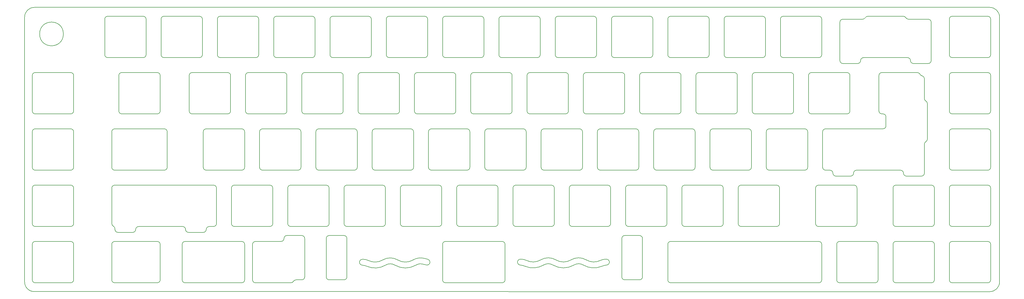
<source format=gm1>
G04 #@! TF.GenerationSoftware,KiCad,Pcbnew,(5.1.8)-1*
G04 #@! TF.CreationDate,2021-05-03T11:26:58+02:00*
G04 #@! TF.ProjectId,discipline-pcb,64697363-6970-46c6-996e-652d7063622e,rev?*
G04 #@! TF.SameCoordinates,Original*
G04 #@! TF.FileFunction,Profile,NP*
%FSLAX46Y46*%
G04 Gerber Fmt 4.6, Leading zero omitted, Abs format (unit mm)*
G04 Created by KiCad (PCBNEW (5.1.8)-1) date 2021-05-03 11:26:58*
%MOMM*%
%LPD*%
G01*
G04 APERTURE LIST*
G04 #@! TA.AperFunction,Profile*
%ADD10C,0.150000*%
G04 #@! TD*
G04 #@! TA.AperFunction,Profile*
%ADD11C,0.200000*%
G04 #@! TD*
G04 APERTURE END LIST*
D10*
X42340168Y-100312220D02*
G75*
G03*
X42340168Y-100312220I-4011568J0D01*
G01*
D11*
X31821490Y-114367821D02*
G75*
G02*
X32821490Y-113367821I1000000J0D01*
G01*
X45821490Y-126367822D02*
G75*
G02*
X44821491Y-127367821I-999999J0D01*
G01*
X32821490Y-113367821D02*
X44821491Y-113367821D01*
X45821490Y-114367821D02*
X45821490Y-126367822D01*
X44821491Y-113367822D02*
G75*
G02*
X45821490Y-114367821I0J-999999D01*
G01*
X32821490Y-127367821D02*
X44821491Y-127367821D01*
X32821490Y-127367822D02*
G75*
G02*
X31821490Y-126367822I0J1000000D01*
G01*
X31821490Y-114367821D02*
X31821490Y-126367822D01*
X31821490Y-133417821D02*
G75*
G02*
X32821490Y-132417821I1000000J0D01*
G01*
X45821490Y-145417822D02*
G75*
G02*
X44821491Y-146417821I-999999J0D01*
G01*
X32821490Y-132417821D02*
X44821491Y-132417821D01*
X45821490Y-133417821D02*
X45821490Y-145417822D01*
X44821491Y-132417822D02*
G75*
G02*
X45821490Y-133417821I0J-999999D01*
G01*
X32821490Y-146417821D02*
X44821491Y-146417821D01*
X32821490Y-146417822D02*
G75*
G02*
X31821490Y-145417822I0J1000000D01*
G01*
X31821490Y-133417821D02*
X31821490Y-145417822D01*
X31821490Y-152467821D02*
G75*
G02*
X32821490Y-151467821I1000000J0D01*
G01*
X45821490Y-164467822D02*
G75*
G02*
X44821491Y-165467821I-999999J0D01*
G01*
X32821490Y-151467821D02*
X44821491Y-151467821D01*
X45821490Y-152467821D02*
X45821490Y-164467822D01*
X44821491Y-151467822D02*
G75*
G02*
X45821490Y-152467821I0J-999999D01*
G01*
X32821490Y-165467821D02*
X44821491Y-165467821D01*
X32821490Y-165467822D02*
G75*
G02*
X31821490Y-164467822I0J1000000D01*
G01*
X31821490Y-152467821D02*
X31821490Y-164467822D01*
X31821490Y-171517821D02*
G75*
G02*
X32821490Y-170517821I1000000J0D01*
G01*
X45821490Y-183517822D02*
G75*
G02*
X44821491Y-184517821I-999999J0D01*
G01*
X32821490Y-170517821D02*
X44821491Y-170517821D01*
X45821490Y-171517821D02*
X45821490Y-183517822D01*
X44821491Y-170517822D02*
G75*
G02*
X45821490Y-171517821I0J-999999D01*
G01*
X32821490Y-184517821D02*
X44821491Y-184517821D01*
X32821490Y-184517822D02*
G75*
G02*
X31821490Y-183517822I0J1000000D01*
G01*
X31821490Y-171517821D02*
X31821490Y-183517822D01*
D10*
X32575453Y-91323160D02*
X355783441Y-91322900D01*
D11*
X131284250Y-182522901D02*
X131284250Y-169522901D01*
X132284250Y-183522901D02*
G75*
G02*
X131284250Y-182522901I0J1000000D01*
G01*
X137284250Y-168522901D02*
X132284250Y-168522901D01*
X137284250Y-183522901D02*
X132284250Y-183522901D01*
X138284250Y-182522901D02*
X138284250Y-169522901D01*
X138284250Y-182522901D02*
G75*
G02*
X137284250Y-183522901I-1000000J0D01*
G01*
X137284250Y-168522901D02*
G75*
G02*
X138284250Y-169522901I0J-1000000D01*
G01*
X131284250Y-169522901D02*
G75*
G02*
X132284250Y-168522901I1000000J0D01*
G01*
X237284250Y-168522901D02*
G75*
G02*
X238284250Y-169522901I0J-1000000D01*
G01*
X237284250Y-183522901D02*
X232284250Y-183522901D01*
X238284250Y-182522901D02*
X238284250Y-169522901D01*
X231284250Y-182522901D02*
X231284250Y-169522901D01*
X237284250Y-168522901D02*
X232284250Y-168522901D01*
X231284250Y-169522901D02*
G75*
G02*
X232284250Y-168522901I1000000J0D01*
G01*
X238284250Y-182522901D02*
G75*
G02*
X237284250Y-183522901I-1000000J0D01*
G01*
X232284250Y-183522901D02*
G75*
G02*
X231284250Y-182522901I0J1000000D01*
G01*
X171640500Y-184522901D02*
G75*
G02*
X170640500Y-183522901I0J1000000D01*
G01*
X170640500Y-171522901D02*
X170640500Y-183522901D01*
X191784250Y-183522901D02*
G75*
G02*
X190784250Y-184522901I-1000000J0D01*
G01*
X170640500Y-171522901D02*
G75*
G02*
X171640500Y-170522901I1000000J0D01*
G01*
X190784250Y-170522901D02*
G75*
G02*
X191784250Y-171522901I0J-1000000D01*
G01*
X191784250Y-171522901D02*
X191784250Y-183522901D01*
X161698107Y-178502520D02*
X161605141Y-178556818D01*
X143453074Y-178553845D02*
G75*
G02*
X145040341Y-178944527I-385301J-4985132D01*
G01*
X154451367Y-178502520D02*
X154544333Y-178556818D01*
X142530135Y-177556818D02*
X142530135Y-177556818D01*
X150323654Y-176829812D02*
X150416620Y-176775514D01*
X151332341Y-178556819D02*
G75*
G02*
X145040341Y-178944527I-3530404J6044523D01*
G01*
X160596454Y-176829812D02*
G75*
G02*
X155553020Y-176829812I-2521717J4317516D01*
G01*
X166390500Y-177522900D02*
X166390500Y-177522900D01*
X166390500Y-177522901D02*
G75*
G02*
X165266353Y-178515164I-1000000J1D01*
G01*
X142530135Y-177556818D02*
G75*
G02*
X143530135Y-176556818I1000000J0D01*
G01*
X155460054Y-176775514D02*
X155553020Y-176829812D01*
X203787769Y-176795894D02*
G75*
G02*
X199024080Y-176947557I-2521717J4317516D01*
G01*
X151332341Y-178556818D02*
X151425307Y-178502520D01*
X151425306Y-178502521D02*
G75*
G02*
X154451367Y-178502520I1513031J-2590509D01*
G01*
X160596454Y-176829812D02*
X160689420Y-176775514D01*
X224573526Y-178910490D02*
G75*
G02*
X226158790Y-178519893I1972767J-4594364D01*
G01*
X143530135Y-176556818D02*
X143766387Y-176556818D01*
X161698106Y-178502520D02*
G75*
G02*
X164214617Y-178265835I1513031J-2590510D01*
G01*
X165266353Y-178515165D02*
G75*
G02*
X164214617Y-178265835I620731J4961320D01*
G01*
X143766387Y-176556818D02*
G75*
G02*
X145559965Y-176981475I0J-4000000D01*
G01*
X160689420Y-176775514D02*
G75*
G02*
X164577976Y-176283482I2521717J-4317516D01*
G01*
X150416620Y-176775514D02*
G75*
G02*
X155460054Y-176775514I2521717J-4317516D01*
G01*
X196917189Y-178519927D02*
G75*
G02*
X198504456Y-178910609I-385302J-4985132D01*
G01*
X161605141Y-178556818D02*
G75*
G02*
X154544333Y-178556818I-3530404J6044522D01*
G01*
X196917190Y-178519927D02*
G75*
G02*
X195994250Y-177522901I77060J997026D01*
G01*
X195994250Y-177522901D02*
G75*
G02*
X196994250Y-176522901I1000000J0D01*
G01*
X165612160Y-176547776D02*
G75*
G02*
X166390500Y-177522901I-221660J-975124D01*
G01*
X165612158Y-176547777D02*
G75*
G02*
X164577976Y-176283482I4433173J19502487D01*
G01*
X150323654Y-176829812D02*
G75*
G02*
X145559965Y-176981475I-2521717J4317516D01*
G01*
X143453075Y-178553844D02*
G75*
G02*
X142530135Y-177556818I77060J997026D01*
G01*
X214153535Y-176741596D02*
G75*
G02*
X219196969Y-176741596I2521717J-4317516D01*
G01*
X208924169Y-176741596D02*
X209017135Y-176795894D01*
X224573526Y-178910489D02*
G75*
G02*
X218281248Y-178522900I-2761874J6432111D01*
G01*
X215162221Y-178468603D02*
G75*
G02*
X218188282Y-178468602I1513031J-2590509D01*
G01*
X215069256Y-178522900D02*
G75*
G02*
X208008448Y-178522900I-3530404J6044522D01*
G01*
X203880735Y-176741596D02*
G75*
G02*
X208924169Y-176741596I2521717J-4317516D01*
G01*
X204889421Y-178468603D02*
G75*
G02*
X207915482Y-178468602I1513031J-2590509D01*
G01*
X204796456Y-178522901D02*
G75*
G02*
X198504456Y-178910609I-3530404J6044523D01*
G01*
X204796456Y-178522901D02*
X204889422Y-178468602D01*
X227081290Y-177522901D02*
G75*
G02*
X226158790Y-178519893I-1000000J0D01*
G01*
X224053624Y-176947558D02*
G75*
G02*
X225847202Y-176522901I1793578J-3575343D01*
G01*
X224053624Y-176947557D02*
G75*
G02*
X219289935Y-176795894I-2241972J4469179D01*
G01*
X225847202Y-176522901D02*
X226081290Y-176522901D01*
X226081290Y-176522901D02*
G75*
G02*
X227081290Y-177522901I0J-1000000D01*
G01*
X195994250Y-177522901D02*
X195994250Y-177522901D01*
X196994250Y-176522901D02*
X197230502Y-176522901D01*
X227081290Y-177522901D02*
X227081290Y-177522901D01*
X219196969Y-176741596D02*
X219289935Y-176795894D01*
X214060569Y-176795894D02*
G75*
G02*
X209017135Y-176795894I-2521717J4317516D01*
G01*
X215162222Y-178468602D02*
X215069256Y-178522901D01*
X197230502Y-176522900D02*
G75*
G02*
X199024080Y-176947557I0J-4000001D01*
G01*
X214060569Y-176795894D02*
X214153535Y-176741596D01*
X207915482Y-178468602D02*
X208008448Y-178522901D01*
X218188282Y-178468602D02*
X218281248Y-178522901D01*
X203787769Y-176795894D02*
X203880735Y-176741596D01*
X171640500Y-170522901D02*
X190784250Y-170522901D01*
X171640500Y-184522901D02*
X190784250Y-184522901D01*
X58721750Y-171522901D02*
X58721750Y-183522901D01*
X58721750Y-171522901D02*
G75*
G02*
X59721750Y-170522901I1000000J0D01*
G01*
X75103000Y-171522901D02*
X75103000Y-183522901D01*
X75103000Y-183522901D02*
G75*
G02*
X74103000Y-184522901I-1000000J0D01*
G01*
X59721750Y-184522901D02*
G75*
G02*
X58721750Y-183522901I0J1000000D01*
G01*
X74103000Y-170522901D02*
G75*
G02*
X75103000Y-171522901I0J-1000000D01*
G01*
X59721750Y-184522901D02*
X74103000Y-184522901D01*
X59721750Y-170522901D02*
X74103000Y-170522901D01*
X82534250Y-171522901D02*
X82534250Y-183522901D01*
X83534250Y-184522901D02*
G75*
G02*
X82534250Y-183522901I0J1000000D01*
G01*
X82534250Y-171522901D02*
G75*
G02*
X83534250Y-170522901I1000000J0D01*
G01*
X103678000Y-171522901D02*
X103678000Y-183522901D01*
X102678000Y-170522901D02*
G75*
G02*
X103678000Y-171522901I0J-1000000D01*
G01*
X103678000Y-183522901D02*
G75*
G02*
X102678000Y-184522901I-1000000J0D01*
G01*
X83534250Y-170522901D02*
X102678000Y-170522901D01*
X83534250Y-184522901D02*
X102678000Y-184522901D01*
X107346750Y-184522901D02*
X119346750Y-184522901D01*
X106346750Y-171522901D02*
X106346750Y-183522901D01*
X122990500Y-168522901D02*
G75*
G02*
X123990500Y-169522901I0J-1000000D01*
G01*
X116990500Y-169522901D02*
G75*
G02*
X117990500Y-168522901I1000000J0D01*
G01*
X107346750Y-184522901D02*
G75*
G02*
X106346750Y-183522901I0J1000000D01*
G01*
X123990500Y-182522901D02*
G75*
G02*
X122990500Y-183522901I-1000000J0D01*
G01*
X123990500Y-182522901D02*
X123990500Y-169522901D01*
X120212775Y-184022901D02*
G75*
G02*
X119346750Y-184522901I-866025J500000D01*
G01*
X122990500Y-168522901D02*
X117990500Y-168522901D01*
X106346750Y-171522901D02*
G75*
G02*
X107346750Y-170522901I1000000J0D01*
G01*
X116990500Y-169522901D02*
G75*
G02*
X115990500Y-170522901I-1000000J0D01*
G01*
X116990499Y-169522901D02*
X116990499Y-169522901D01*
X107346750Y-170522901D02*
X115990500Y-170522901D01*
X122990500Y-183522901D02*
X121078800Y-183522901D01*
X120212775Y-184022901D02*
G75*
G02*
X121078800Y-183522901I866025J-500000D01*
G01*
X343090500Y-184522901D02*
X355090500Y-184522901D01*
X343090500Y-184522901D02*
G75*
G02*
X342090500Y-183522901I0J1000000D01*
G01*
X323040500Y-171522901D02*
G75*
G02*
X324040500Y-170522901I1000000J0D01*
G01*
X337040500Y-183522901D02*
G75*
G02*
X336040500Y-184522901I-1000000J0D01*
G01*
X356090500Y-183522901D02*
G75*
G02*
X355090500Y-184522901I-1000000J0D01*
G01*
X324040500Y-184522901D02*
G75*
G02*
X323040500Y-183522901I0J1000000D01*
G01*
X343090500Y-170522901D02*
X355090500Y-170522901D01*
X355090500Y-170522901D02*
G75*
G02*
X356090500Y-171522901I0J-1000000D01*
G01*
X336040500Y-170522901D02*
G75*
G02*
X337040500Y-171522901I0J-1000000D01*
G01*
X342090500Y-171522901D02*
X342090500Y-183522901D01*
X342090500Y-171522901D02*
G75*
G02*
X343090500Y-170522901I1000000J0D01*
G01*
X356090500Y-171522901D02*
X356090500Y-183522901D01*
X303990500Y-171522901D02*
G75*
G02*
X304990500Y-170522901I1000000J0D01*
G01*
X317990500Y-183522901D02*
G75*
G02*
X316990500Y-184522901I-1000000J0D01*
G01*
X324040500Y-170522901D02*
X336040500Y-170522901D01*
X323040500Y-171522901D02*
X323040500Y-183522901D01*
X303990500Y-171522901D02*
X303990500Y-183522901D01*
X324040500Y-184522901D02*
X336040500Y-184522901D01*
X304990500Y-184522901D02*
X316990500Y-184522901D01*
X316990500Y-170522901D02*
G75*
G02*
X317990500Y-171522901I0J-1000000D01*
G01*
X337040500Y-171522901D02*
X337040500Y-183522901D01*
X317990500Y-171522901D02*
X317990500Y-183522901D01*
X304990500Y-184522901D02*
G75*
G02*
X303990500Y-183522901I0J1000000D01*
G01*
X304990500Y-170522901D02*
X316990500Y-170522901D01*
X247840500Y-184522901D02*
X297940500Y-184522901D01*
X247840500Y-170522901D02*
X297940500Y-170522901D01*
X247840500Y-184522901D02*
G75*
G02*
X246840500Y-183522901I0J1000000D01*
G01*
X246840500Y-171522901D02*
X246840500Y-183522901D01*
X298940500Y-171522901D02*
X298940500Y-183522901D01*
X298940500Y-183522901D02*
G75*
G02*
X297940500Y-184522901I-1000000J0D01*
G01*
X246840500Y-171522901D02*
G75*
G02*
X247840500Y-170522901I1000000J0D01*
G01*
X297940500Y-170522901D02*
G75*
G02*
X298940500Y-171522901I0J-1000000D01*
G01*
X57340499Y-108322901D02*
G75*
G02*
X56340499Y-107322901I0J1000000D01*
G01*
X70340499Y-107322901D02*
G75*
G02*
X69340500Y-108322900I-999999J0D01*
G01*
X56340499Y-95322900D02*
G75*
G02*
X57340499Y-94322900I1000000J0D01*
G01*
X57340499Y-94322900D02*
X69340500Y-94322900D01*
X57340499Y-108322900D02*
X69340500Y-108322900D01*
X70340499Y-95322900D02*
X70340499Y-107322901D01*
X69340500Y-94322901D02*
G75*
G02*
X70340499Y-95322900I0J-999999D01*
G01*
X56340499Y-95322900D02*
X56340499Y-107322901D01*
X343090500Y-94322900D02*
X355090500Y-94322900D01*
X343090500Y-108322900D02*
X355090500Y-108322900D01*
X285940500Y-108322901D02*
G75*
G02*
X284940500Y-107322901I0J1000000D01*
G01*
X329953500Y-110322901D02*
X334953500Y-110322901D01*
X284940500Y-95322900D02*
G75*
G02*
X285940500Y-94322900I1000000J0D01*
G01*
X335953500Y-96322901D02*
X335953500Y-109322901D01*
X305077500Y-96322901D02*
G75*
G02*
X306077500Y-95322901I1000000J0D01*
G01*
X342090500Y-95322900D02*
X342090500Y-107322901D01*
X298940499Y-107322901D02*
G75*
G02*
X297940500Y-108322900I-999999J0D01*
G01*
X297940500Y-94322900D02*
G75*
G02*
X298940500Y-95322900I0J-1000000D01*
G01*
X356090500Y-95322900D02*
X356090500Y-107322901D01*
X314515500Y-94322900D02*
X326515500Y-94322900D01*
X306077500Y-110322901D02*
X311077500Y-110322901D01*
X355090500Y-94322900D02*
G75*
G02*
X356090500Y-95322900I0J-1000000D01*
G01*
X326515500Y-94322900D02*
G75*
G02*
X327381525Y-94822900I0J-1000000D01*
G01*
X334953500Y-95322901D02*
G75*
G02*
X335953500Y-96322901I0J-1000000D01*
G01*
X305077500Y-96322901D02*
X305077500Y-109322901D01*
X342090500Y-95322900D02*
G75*
G02*
X343090500Y-94322900I1000000J0D01*
G01*
X306077500Y-110322901D02*
G75*
G02*
X305077500Y-109322901I0J1000000D01*
G01*
X312077500Y-109322901D02*
G75*
G02*
X311077500Y-110322901I-1000000J0D01*
G01*
X313649475Y-94822900D02*
G75*
G02*
X314515500Y-94322900I866025J-500000D01*
G01*
X329953500Y-110322901D02*
G75*
G02*
X328953500Y-109322901I0J1000000D01*
G01*
X335953500Y-109322901D02*
G75*
G02*
X334953500Y-110322901I-1000000J0D01*
G01*
X221740500Y-94322900D02*
G75*
G02*
X222740500Y-95322900I0J-1000000D01*
G01*
X209740500Y-108322901D02*
G75*
G02*
X208740500Y-107322901I0J1000000D01*
G01*
X222740500Y-95322900D02*
X222740500Y-107322901D01*
X184640498Y-107322901D02*
G75*
G02*
X183640499Y-108322900I-999999J0D01*
G01*
X209740500Y-94322900D02*
X221740500Y-94322900D01*
X228790500Y-94322900D02*
X240790500Y-94322900D01*
X228790500Y-108322900D02*
X240790500Y-108322900D01*
X203690499Y-107322901D02*
G75*
G02*
X202690500Y-108322900I-999999J0D01*
G01*
X190690500Y-108322901D02*
G75*
G02*
X189690500Y-107322901I0J1000000D01*
G01*
X190690500Y-94322900D02*
X202690500Y-94322900D01*
X189690500Y-95322900D02*
G75*
G02*
X190690500Y-94322900I1000000J0D01*
G01*
X208740500Y-95322900D02*
X208740500Y-107322901D01*
X222740499Y-107322901D02*
G75*
G02*
X221740500Y-108322900I-999999J0D01*
G01*
X227790500Y-95322900D02*
X227790500Y-107322901D01*
X241790500Y-95322900D02*
X241790500Y-107322901D01*
X190690500Y-108322900D02*
X202690500Y-108322900D01*
X227790500Y-95322900D02*
G75*
G02*
X228790500Y-94322900I1000000J0D01*
G01*
X203690500Y-95322900D02*
X203690500Y-107322901D01*
X209740500Y-108322900D02*
X221740500Y-108322900D01*
X208740500Y-95322900D02*
G75*
G02*
X209740500Y-94322900I1000000J0D01*
G01*
X171640500Y-108322901D02*
G75*
G02*
X170640500Y-107322901I0J1000000D01*
G01*
X202690500Y-94322900D02*
G75*
G02*
X203690500Y-95322900I0J-1000000D01*
G01*
X189690500Y-95322900D02*
X189690500Y-107322901D01*
X356090499Y-107322901D02*
G75*
G02*
X355090500Y-108322900I-999999J0D01*
G01*
X343090500Y-108322901D02*
G75*
G02*
X342090500Y-107322901I0J1000000D01*
G01*
X171640500Y-94322900D02*
X183640499Y-94322900D01*
X171640500Y-108322900D02*
X183640499Y-108322900D01*
X133540500Y-108322900D02*
X145540500Y-108322900D01*
X133540500Y-108322901D02*
G75*
G02*
X132540500Y-107322901I0J1000000D01*
G01*
X146540499Y-107322901D02*
G75*
G02*
X145540500Y-108322900I-999999J0D01*
G01*
X164590500Y-94322900D02*
G75*
G02*
X165590500Y-95322900I0J-1000000D01*
G01*
X170640500Y-95322900D02*
X170640500Y-107322901D01*
X184640499Y-95322900D02*
X184640499Y-107322901D01*
X132540500Y-95322900D02*
X132540500Y-107322901D01*
X183640499Y-94322900D02*
G75*
G02*
X184640499Y-95322900I0J-1000000D01*
G01*
X127490499Y-107322901D02*
G75*
G02*
X126490500Y-108322900I-999999J0D01*
G01*
X146540500Y-95322900D02*
X146540500Y-107322901D01*
X165590500Y-95322900D02*
X165590500Y-107322901D01*
X133540500Y-94322900D02*
X145540500Y-94322900D01*
X145540500Y-94322900D02*
G75*
G02*
X146540500Y-95322900I0J-1000000D01*
G01*
X152590500Y-94322900D02*
X164590500Y-94322900D01*
X151590500Y-95322900D02*
G75*
G02*
X152590500Y-94322900I1000000J0D01*
G01*
X170640500Y-95322900D02*
G75*
G02*
X171640500Y-94322900I1000000J0D01*
G01*
X152590500Y-108322901D02*
G75*
G02*
X151590500Y-107322901I0J1000000D01*
G01*
X165590499Y-107322901D02*
G75*
G02*
X164590500Y-108322900I-999999J0D01*
G01*
X132540500Y-95322900D02*
G75*
G02*
X133540500Y-94322900I1000000J0D01*
G01*
X152590500Y-108322900D02*
X164590500Y-108322900D01*
X151590500Y-95322900D02*
X151590500Y-107322901D01*
X328953500Y-109322901D02*
X328953500Y-109322901D01*
X313077500Y-108322900D02*
X327953500Y-108322900D01*
X313649474Y-94822900D02*
G75*
G02*
X312783449Y-95322900I-866025J500000D01*
G01*
X328247550Y-95322900D02*
G75*
G02*
X327381525Y-94822900I0J1000000D01*
G01*
X312077499Y-109322901D02*
G75*
G02*
X313077500Y-108322900I1000001J0D01*
G01*
X327953500Y-108322901D02*
G75*
G02*
X328953500Y-109322901I0J-1000000D01*
G01*
X334953500Y-95322901D02*
X328247550Y-95322900D01*
X312077500Y-109322901D02*
X312077500Y-109322901D01*
X306077500Y-95322901D02*
X312783449Y-95322900D01*
X246840500Y-95322900D02*
X246840500Y-107322901D01*
X241790499Y-107322901D02*
G75*
G02*
X240790500Y-108322900I-999999J0D01*
G01*
X266890500Y-108322901D02*
G75*
G02*
X265890500Y-107322901I0J1000000D01*
G01*
X247840500Y-108322900D02*
X259840500Y-108322900D01*
X266890500Y-94322900D02*
X278890500Y-94322900D01*
X265890500Y-95322900D02*
X265890500Y-107322901D01*
X246840500Y-95322900D02*
G75*
G02*
X247840500Y-94322900I1000000J0D01*
G01*
X278890500Y-94322900D02*
G75*
G02*
X279890500Y-95322900I0J-1000000D01*
G01*
X247840500Y-94322900D02*
X259840500Y-94322900D01*
X240790500Y-94322900D02*
G75*
G02*
X241790500Y-95322900I0J-1000000D01*
G01*
X279890500Y-95322900D02*
X279890500Y-107322901D01*
X285940500Y-94322900D02*
X297940500Y-94322900D01*
X265890500Y-95322900D02*
G75*
G02*
X266890500Y-94322900I1000000J0D01*
G01*
X279890499Y-107322901D02*
G75*
G02*
X278890500Y-108322900I-999999J0D01*
G01*
X266890500Y-108322900D02*
X278890500Y-108322900D01*
X285940500Y-108322900D02*
X297940500Y-108322900D01*
X284940500Y-95322900D02*
X284940500Y-107322901D01*
X260840500Y-95322900D02*
X260840500Y-107322901D01*
X298940500Y-95322900D02*
X298940500Y-107322901D01*
X259840500Y-94322900D02*
G75*
G02*
X260840500Y-95322900I0J-1000000D01*
G01*
X228790500Y-108322901D02*
G75*
G02*
X227790500Y-107322901I0J1000000D01*
G01*
X247840500Y-108322901D02*
G75*
G02*
X246840500Y-107322901I0J1000000D01*
G01*
X260840499Y-107322901D02*
G75*
G02*
X259840500Y-108322900I-999999J0D01*
G01*
X108440500Y-95322900D02*
X108440500Y-107322901D01*
X95440500Y-108322901D02*
G75*
G02*
X94440500Y-107322901I0J1000000D01*
G01*
X108440499Y-107322901D02*
G75*
G02*
X107440500Y-108322900I-999999J0D01*
G01*
X76390500Y-108322900D02*
X88390500Y-108322900D01*
X95440500Y-94322900D02*
X107440500Y-94322900D01*
X95440500Y-108322900D02*
X107440500Y-108322900D01*
X94440500Y-95322900D02*
X94440500Y-107322901D01*
X114490499Y-94322900D02*
X126490500Y-94322900D01*
X114490499Y-108322900D02*
X126490500Y-108322900D01*
X113490500Y-95322900D02*
X113490500Y-107322901D01*
X107440500Y-94322900D02*
G75*
G02*
X108440500Y-95322900I0J-1000000D01*
G01*
X127490499Y-95322900D02*
X127490499Y-107322901D01*
X89390499Y-107322901D02*
G75*
G02*
X88390500Y-108322900I-999999J0D01*
G01*
X113490499Y-95322900D02*
G75*
G02*
X114490499Y-94322900I1000000J0D01*
G01*
X126490500Y-94322900D02*
G75*
G02*
X127490500Y-95322900I0J-1000000D01*
G01*
X114490499Y-108322901D02*
G75*
G02*
X113490499Y-107322901I0J1000000D01*
G01*
X76390500Y-94322900D02*
X88390500Y-94322900D01*
X94440500Y-95322900D02*
G75*
G02*
X95440500Y-94322900I1000000J0D01*
G01*
X75390500Y-95322900D02*
X75390500Y-107322901D01*
X89390500Y-95322900D02*
X89390500Y-107322901D01*
X75390500Y-95322900D02*
G75*
G02*
X76390500Y-94322900I1000000J0D01*
G01*
X88390500Y-94322900D02*
G75*
G02*
X89390500Y-95322900I0J-1000000D01*
G01*
X76390500Y-108322901D02*
G75*
G02*
X75390500Y-107322901I0J1000000D01*
G01*
X318277999Y-114372901D02*
X318277999Y-126372901D01*
X318277999Y-114372901D02*
G75*
G02*
X319277999Y-113372901I1000000J0D01*
G01*
X334159250Y-123031876D02*
G75*
G02*
X334659250Y-123897901I-500000J-866025D01*
G01*
X331277999Y-113372902D02*
G75*
G02*
X332178837Y-113938745I1J-999999D01*
G01*
X319277999Y-127372901D02*
G75*
G02*
X318277999Y-126372901I0J1000000D01*
G01*
X334659250Y-123897901D02*
X334659250Y-135897901D01*
X319277999Y-113372901D02*
X331278000Y-113372901D01*
X334659250Y-135897901D02*
G75*
G02*
X334159250Y-136763926I-1000000J0D01*
G01*
X332869463Y-114482245D02*
G75*
G02*
X333659250Y-115459901I-210213J-977656D01*
G01*
X327572250Y-148422901D02*
G75*
G02*
X326572250Y-147422901I0J1000000D01*
G01*
X327572250Y-148422901D02*
X332572250Y-148422901D01*
X325572250Y-146422901D02*
G75*
G02*
X326572250Y-147422901I0J-1000000D01*
G01*
X326572250Y-147422901D02*
X326572250Y-147422901D01*
X333659250Y-147422901D02*
X333659250Y-137629951D01*
X333659250Y-137629951D02*
G75*
G02*
X334159250Y-136763926I1000000J0D01*
G01*
X320659250Y-131422901D02*
G75*
G02*
X319659250Y-132422901I-1000000J0D01*
G01*
X319659250Y-127372901D02*
X319277999Y-127372901D01*
X319659250Y-127372901D02*
G75*
G02*
X320659250Y-128372901I0J-1000000D01*
G01*
X333659250Y-115459901D02*
X333659250Y-122165850D01*
X332869462Y-114482245D02*
G75*
G02*
X332178837Y-113938745I210213J977656D01*
G01*
X334159250Y-123031875D02*
G75*
G02*
X333659250Y-122165850I500000J866025D01*
G01*
X332572250Y-148422901D02*
X332659250Y-148422901D01*
X333659250Y-147422901D02*
G75*
G02*
X332659250Y-148422901I-1000000J0D01*
G01*
X320659250Y-131422901D02*
X320659250Y-128372901D01*
X300228000Y-146422901D02*
G75*
G02*
X299228000Y-145422901I0J1000000D01*
G01*
X299228000Y-133422901D02*
X299228000Y-145422901D01*
X303696250Y-148422901D02*
X308696250Y-148422901D01*
X303696250Y-148422901D02*
G75*
G02*
X302696250Y-147422901I0J1000000D01*
G01*
X309696250Y-147422901D02*
G75*
G02*
X308696250Y-148422901I-1000000J0D01*
G01*
X299228000Y-133422901D02*
G75*
G02*
X300228000Y-132422901I1000000J0D01*
G01*
X301696250Y-146422901D02*
G75*
G02*
X302696250Y-147422901I0J-1000000D01*
G01*
X309696250Y-147422901D02*
G75*
G02*
X310696250Y-146422901I1000000J0D01*
G01*
X302696250Y-147422901D02*
X302696250Y-147422901D01*
X300228000Y-146422901D02*
X301696250Y-146422901D01*
X310696250Y-146422901D02*
X325572250Y-146422901D01*
X309696250Y-147422901D02*
X309696250Y-147422901D01*
X300228000Y-132422901D02*
X319659250Y-132422901D01*
X90684750Y-166472901D02*
G75*
G02*
X89684750Y-167472901I-1000000J0D01*
G01*
X93153000Y-151472900D02*
G75*
G02*
X94153000Y-152472900I0J-1000000D01*
G01*
X84684750Y-167472900D02*
X89684750Y-167472900D01*
X84684750Y-167472901D02*
G75*
G02*
X83684750Y-166472901I0J1000000D01*
G01*
X94153000Y-152472900D02*
X94153000Y-164472901D01*
X66808750Y-166472901D02*
G75*
G02*
X65808750Y-167472901I-1000000J0D01*
G01*
X58721750Y-152472900D02*
G75*
G02*
X59721750Y-151472900I1000000J0D01*
G01*
X59265250Y-165362624D02*
G75*
G02*
X58721750Y-164472901I456500J889723D01*
G01*
X94153000Y-164472901D02*
G75*
G02*
X93153000Y-165472901I-1000000J0D01*
G01*
X60808749Y-167472900D02*
X65808750Y-167472900D01*
X58721750Y-152472900D02*
X58721750Y-164472901D01*
X60808749Y-167472901D02*
G75*
G02*
X59808749Y-166472901I0J1000000D01*
G01*
X66808750Y-166472901D02*
G75*
G02*
X67808750Y-165472901I1000000J0D01*
G01*
X90684750Y-166472901D02*
G75*
G02*
X91684750Y-165472901I1000000J0D01*
G01*
X91684750Y-165472900D02*
X93153000Y-165472900D01*
X66808750Y-166472901D02*
X66808750Y-166472901D01*
X59808749Y-166472901D02*
X59808749Y-166252347D01*
X83684750Y-166472901D02*
X83684750Y-166472901D01*
X90684750Y-166472901D02*
X90684750Y-166472901D01*
X82684750Y-165472901D02*
G75*
G02*
X83684750Y-166472901I0J-1000000D01*
G01*
X59721750Y-151472901D02*
X93153000Y-151472901D01*
X67808750Y-165472900D02*
X82684750Y-165472900D01*
X59265250Y-165362624D02*
G75*
G02*
X59808750Y-166252347I-456500J-889723D01*
G01*
X61102999Y-114372901D02*
X61102999Y-126372901D01*
X75103000Y-126372901D02*
G75*
G02*
X74103000Y-127372901I-1000000J0D01*
G01*
X61103000Y-114372901D02*
G75*
G02*
X62103000Y-113372901I1000000J0D01*
G01*
X62103000Y-113372901D02*
X74103000Y-113372901D01*
X75103000Y-114372901D02*
X75103000Y-126372901D01*
X62103000Y-127372901D02*
G75*
G02*
X61103000Y-126372901I0J1000000D01*
G01*
X62103000Y-127372901D02*
X74103000Y-127372901D01*
X74103000Y-113372901D02*
G75*
G02*
X75103000Y-114372901I0J-1000000D01*
G01*
X77484250Y-133422901D02*
X77484250Y-145422901D01*
X58721750Y-133422901D02*
G75*
G02*
X59721750Y-132422901I1000000J0D01*
G01*
X76484250Y-132422901D02*
G75*
G02*
X77484250Y-133422901I0J-1000000D01*
G01*
X77484250Y-145422901D02*
G75*
G02*
X76484250Y-146422901I-1000000J0D01*
G01*
X58721750Y-133422901D02*
X58721750Y-145422901D01*
X59721750Y-146422901D02*
G75*
G02*
X58721750Y-145422901I0J1000000D01*
G01*
X59721750Y-146422901D02*
X76484250Y-146422901D01*
X59721750Y-132422901D02*
X76484250Y-132422901D01*
X324040500Y-165472900D02*
X336040500Y-165472900D01*
X297846750Y-165472900D02*
X309846750Y-165472900D01*
X271653000Y-165472900D02*
X283653000Y-165472900D01*
X343090500Y-165472900D02*
X355090500Y-165472900D01*
X252603000Y-165472900D02*
X264603000Y-165472900D01*
X233553000Y-165472900D02*
X245553000Y-165472900D01*
X100203000Y-165472900D02*
X112203000Y-165472900D01*
X138303000Y-165472900D02*
X150302999Y-165472900D01*
X119253000Y-165472900D02*
X131253000Y-165472900D01*
X157353000Y-165472900D02*
X169353000Y-165472900D01*
X176403000Y-165472900D02*
X188403000Y-165472900D01*
X195453000Y-165472900D02*
X207453000Y-165472900D01*
X214503000Y-165472900D02*
X226503000Y-165472900D01*
X252603000Y-151472901D02*
X264603000Y-151472901D01*
X296846750Y-152472900D02*
G75*
G02*
X297846750Y-151472900I1000000J0D01*
G01*
X232553000Y-152472900D02*
X232553000Y-164472901D01*
X324040500Y-165472901D02*
G75*
G02*
X323040500Y-164472901I0J1000000D01*
G01*
X233553000Y-151472901D02*
X245553000Y-151472901D01*
X251603000Y-152472900D02*
X251603000Y-164472901D01*
X227503000Y-164472901D02*
G75*
G02*
X226503000Y-165472901I-1000000J0D01*
G01*
X270653000Y-152472900D02*
X270653000Y-164472901D01*
X310846750Y-164472901D02*
G75*
G02*
X309846750Y-165472901I-1000000J0D01*
G01*
X356090500Y-164472901D02*
G75*
G02*
X355090500Y-165472901I-1000000J0D01*
G01*
X283653000Y-151472900D02*
G75*
G02*
X284653000Y-152472900I0J-1000000D01*
G01*
X356090500Y-152472900D02*
X356090500Y-164472901D01*
X264603000Y-151472900D02*
G75*
G02*
X265603000Y-152472900I0J-1000000D01*
G01*
X232553000Y-152472900D02*
G75*
G02*
X233553000Y-151472900I1000000J0D01*
G01*
X296846750Y-152472900D02*
X296846750Y-164472901D01*
X245553000Y-151472900D02*
G75*
G02*
X246553000Y-152472900I0J-1000000D01*
G01*
X214503000Y-165472901D02*
G75*
G02*
X213503000Y-164472901I0J1000000D01*
G01*
X297846750Y-151472901D02*
X309846750Y-151472901D01*
X343090500Y-151472901D02*
X355090500Y-151472901D01*
X246553000Y-152472900D02*
X246553000Y-164472901D01*
X265603000Y-164472901D02*
G75*
G02*
X264603000Y-165472901I-1000000J0D01*
G01*
X342090500Y-152472900D02*
X342090500Y-164472901D01*
X284653000Y-164472901D02*
G75*
G02*
X283653000Y-165472901I-1000000J0D01*
G01*
X284653000Y-152472900D02*
X284653000Y-164472901D01*
X271653000Y-165472901D02*
G75*
G02*
X270653000Y-164472901I0J1000000D01*
G01*
X337040500Y-164472901D02*
G75*
G02*
X336040500Y-165472901I-1000000J0D01*
G01*
X233553000Y-165472901D02*
G75*
G02*
X232553000Y-164472901I0J1000000D01*
G01*
X246553000Y-164472901D02*
G75*
G02*
X245553000Y-165472901I-1000000J0D01*
G01*
X297846750Y-165472901D02*
G75*
G02*
X296846750Y-164472901I0J1000000D01*
G01*
X324040500Y-151472901D02*
X336040500Y-151472901D01*
X342090500Y-152472900D02*
G75*
G02*
X343090500Y-151472900I1000000J0D01*
G01*
X265603000Y-152472900D02*
X265603000Y-164472901D01*
X271653000Y-151472901D02*
X283653000Y-151472901D01*
X355090500Y-151472900D02*
G75*
G02*
X356090500Y-152472900I0J-1000000D01*
G01*
X343090500Y-165472901D02*
G75*
G02*
X342090500Y-164472901I0J1000000D01*
G01*
X252603000Y-165472901D02*
G75*
G02*
X251603000Y-164472901I0J1000000D01*
G01*
X336040500Y-151472900D02*
G75*
G02*
X337040500Y-152472900I0J-1000000D01*
G01*
X309846750Y-151472900D02*
G75*
G02*
X310846750Y-152472900I0J-1000000D01*
G01*
X270653000Y-152472900D02*
G75*
G02*
X271653000Y-151472900I1000000J0D01*
G01*
X323040500Y-152472900D02*
X323040500Y-164472901D01*
X251603000Y-152472900D02*
G75*
G02*
X252603000Y-151472900I1000000J0D01*
G01*
X337040500Y-152472900D02*
X337040500Y-164472901D01*
X323040500Y-152472900D02*
G75*
G02*
X324040500Y-151472900I1000000J0D01*
G01*
X310846750Y-152472900D02*
X310846750Y-164472901D01*
X99203000Y-152472900D02*
X99203000Y-164472901D01*
X113203000Y-152472900D02*
X113203000Y-164472901D01*
X99203000Y-152472900D02*
G75*
G02*
X100203000Y-151472900I1000000J0D01*
G01*
X112203000Y-151472900D02*
G75*
G02*
X113203000Y-152472900I0J-1000000D01*
G01*
X119253000Y-151472901D02*
X131253000Y-151472901D01*
X118253000Y-152472900D02*
X118253000Y-164472901D01*
X132253000Y-152472900D02*
X132253000Y-164472901D01*
X118253000Y-152472900D02*
G75*
G02*
X119253000Y-151472900I1000000J0D01*
G01*
X100203000Y-151472901D02*
X112203000Y-151472901D01*
X131253000Y-151472900D02*
G75*
G02*
X132253000Y-152472900I0J-1000000D01*
G01*
X119253000Y-165472901D02*
G75*
G02*
X118253000Y-164472901I0J1000000D01*
G01*
X138303000Y-151472901D02*
X150302999Y-151472901D01*
X151303000Y-152472900D02*
X151303000Y-164472901D01*
X137303000Y-152472900D02*
G75*
G02*
X138303000Y-151472900I1000000J0D01*
G01*
X138303000Y-165472901D02*
G75*
G02*
X137303000Y-164472901I0J1000000D01*
G01*
X151302999Y-164472901D02*
G75*
G02*
X150302999Y-165472901I-1000000J0D01*
G01*
X137303000Y-152472900D02*
X137303000Y-164472901D01*
X132253000Y-164472901D02*
G75*
G02*
X131253000Y-165472901I-1000000J0D01*
G01*
X100203000Y-165472901D02*
G75*
G02*
X99203000Y-164472901I0J1000000D01*
G01*
X113203000Y-164472901D02*
G75*
G02*
X112203000Y-165472901I-1000000J0D01*
G01*
X150302999Y-151472900D02*
G75*
G02*
X151302999Y-152472900I0J-1000000D01*
G01*
X157353000Y-151472901D02*
X169353000Y-151472901D01*
X175403000Y-152472900D02*
X175403000Y-164472901D01*
X208453000Y-152472900D02*
X208453000Y-164472901D01*
X170353000Y-164472901D02*
G75*
G02*
X169353000Y-165472901I-1000000J0D01*
G01*
X213503000Y-152472900D02*
G75*
G02*
X214503000Y-151472900I1000000J0D01*
G01*
X226503000Y-151472900D02*
G75*
G02*
X227503000Y-152472900I0J-1000000D01*
G01*
X195453000Y-165472901D02*
G75*
G02*
X194453000Y-164472901I0J1000000D01*
G01*
X189403000Y-152472900D02*
X189403000Y-164472901D01*
X227503000Y-152472900D02*
X227503000Y-164472901D01*
X170353000Y-152472900D02*
X170353000Y-164472901D01*
X175403000Y-152472900D02*
G75*
G02*
X176403000Y-151472900I1000000J0D01*
G01*
X176403000Y-165472901D02*
G75*
G02*
X175403000Y-164472901I0J1000000D01*
G01*
X195453000Y-151472901D02*
X207453000Y-151472901D01*
X194453000Y-152472900D02*
G75*
G02*
X195453000Y-151472900I1000000J0D01*
G01*
X156353000Y-152472900D02*
G75*
G02*
X157353000Y-151472900I1000000J0D01*
G01*
X176403000Y-151472901D02*
X188403000Y-151472901D01*
X189403000Y-164472901D02*
G75*
G02*
X188403000Y-165472901I-1000000J0D01*
G01*
X194453000Y-152472900D02*
X194453000Y-164472901D01*
X214503000Y-151472901D02*
X226503000Y-151472901D01*
X157353000Y-165472901D02*
G75*
G02*
X156353000Y-164472901I0J1000000D01*
G01*
X156353000Y-152472900D02*
X156353000Y-164472901D01*
X169353000Y-151472900D02*
G75*
G02*
X170353000Y-152472900I0J-1000000D01*
G01*
X207453000Y-151472900D02*
G75*
G02*
X208453000Y-152472900I0J-1000000D01*
G01*
X208453000Y-164472901D02*
G75*
G02*
X207453000Y-165472901I-1000000J0D01*
G01*
X213503000Y-152472900D02*
X213503000Y-164472901D01*
X188403000Y-151472900D02*
G75*
G02*
X189403000Y-152472900I0J-1000000D01*
G01*
X256365500Y-114372901D02*
X256365500Y-126372901D01*
X250315500Y-113372901D02*
G75*
G02*
X251315500Y-114372901I0J-1000000D01*
G01*
X256365500Y-114372901D02*
G75*
G02*
X257365500Y-113372901I1000000J0D01*
G01*
X269365500Y-113372901D02*
G75*
G02*
X270365500Y-114372901I0J-1000000D01*
G01*
X237315500Y-114372901D02*
X237315500Y-126372901D01*
X257365500Y-127372901D02*
G75*
G02*
X256365500Y-126372901I0J1000000D01*
G01*
X257365500Y-127372901D02*
X269365500Y-127372901D01*
X295465500Y-127372901D02*
X307465500Y-127372901D01*
X232265500Y-114372901D02*
X232265500Y-126372901D01*
X270365500Y-126372901D02*
G75*
G02*
X269365500Y-127372901I-1000000J0D01*
G01*
X307465500Y-113372901D02*
G75*
G02*
X308465500Y-114372901I0J-1000000D01*
G01*
X219265500Y-127372901D02*
G75*
G02*
X218265500Y-126372901I0J1000000D01*
G01*
X294465500Y-114372901D02*
X294465500Y-126372901D01*
X295465500Y-127372901D02*
G75*
G02*
X294465500Y-126372901I0J1000000D01*
G01*
X308465500Y-126372901D02*
G75*
G02*
X307465500Y-127372901I-1000000J0D01*
G01*
X295465500Y-113372901D02*
X307465500Y-113372901D01*
X251315500Y-114372901D02*
X251315500Y-126372901D01*
X294465500Y-114372901D02*
G75*
G02*
X295465500Y-113372901I1000000J0D01*
G01*
X275415500Y-114372901D02*
G75*
G02*
X276415500Y-113372901I1000000J0D01*
G01*
X238315500Y-127372901D02*
X250315500Y-127372901D01*
X251315500Y-126372901D02*
G75*
G02*
X250315500Y-127372901I-1000000J0D01*
G01*
X275415500Y-114372901D02*
X275415500Y-126372901D01*
X218265500Y-114372901D02*
G75*
G02*
X219265500Y-113372901I1000000J0D01*
G01*
X232265500Y-126372901D02*
G75*
G02*
X231265500Y-127372901I-1000000J0D01*
G01*
X238315500Y-113372901D02*
X250315500Y-113372901D01*
X276415500Y-127372901D02*
X288415500Y-127372901D01*
X289415500Y-114372901D02*
X289415500Y-126372901D01*
X257365500Y-113372901D02*
X269365500Y-113372901D01*
X288415500Y-113372901D02*
G75*
G02*
X289415500Y-114372901I0J-1000000D01*
G01*
X276415500Y-127372901D02*
G75*
G02*
X275415500Y-126372901I0J1000000D01*
G01*
X276415500Y-113372901D02*
X288415500Y-113372901D01*
X308465500Y-114372901D02*
X308465500Y-126372901D01*
X231265500Y-113372901D02*
G75*
G02*
X232265500Y-114372901I0J-1000000D01*
G01*
X289415500Y-126372901D02*
G75*
G02*
X288415500Y-127372901I-1000000J0D01*
G01*
X270365500Y-114372901D02*
X270365500Y-126372901D01*
X238315500Y-127372901D02*
G75*
G02*
X237315500Y-126372901I0J1000000D01*
G01*
X237315500Y-114372901D02*
G75*
G02*
X238315500Y-113372901I1000000J0D01*
G01*
X85915500Y-127372901D02*
X97915500Y-127372901D01*
X85915500Y-113372901D02*
X97915500Y-113372901D01*
X85915500Y-127372901D02*
G75*
G02*
X84915500Y-126372901I0J1000000D01*
G01*
X117965500Y-114372901D02*
X117965500Y-126372901D01*
X103965500Y-114372901D02*
G75*
G02*
X104965500Y-113372901I1000000J0D01*
G01*
X84915500Y-114372901D02*
G75*
G02*
X85915500Y-113372901I1000000J0D01*
G01*
X98915500Y-114372901D02*
X98915500Y-126372901D01*
X98915500Y-126372901D02*
G75*
G02*
X97915500Y-127372901I-1000000J0D01*
G01*
X84915500Y-114372901D02*
X84915500Y-126372901D01*
X97915500Y-113372901D02*
G75*
G02*
X98915500Y-114372901I0J-1000000D01*
G01*
X104965500Y-113372901D02*
X116965500Y-113372901D01*
X104965500Y-127372901D02*
X116965500Y-127372901D01*
X103965500Y-114372901D02*
X103965500Y-126372901D01*
X356090500Y-126372901D02*
G75*
G02*
X355090500Y-127372901I-1000000J0D01*
G01*
X343090500Y-127372901D02*
G75*
G02*
X342090500Y-126372901I0J1000000D01*
G01*
X90678000Y-146422901D02*
X102678000Y-146422901D01*
X342090500Y-114372901D02*
X342090500Y-126372901D01*
X102678000Y-132422901D02*
G75*
G02*
X103678000Y-133422901I0J-1000000D01*
G01*
X108728000Y-133422901D02*
X108728000Y-145422901D01*
X89678000Y-133422901D02*
X89678000Y-145422901D01*
X103678000Y-133422901D02*
X103678000Y-145422901D01*
X122728000Y-145422901D02*
G75*
G02*
X121728000Y-146422901I-1000000J0D01*
G01*
X90678000Y-132422901D02*
X102678000Y-132422901D01*
X89678000Y-133422901D02*
G75*
G02*
X90678000Y-132422901I1000000J0D01*
G01*
X128778000Y-146422901D02*
X140778000Y-146422901D01*
X355090500Y-113372901D02*
G75*
G02*
X356090500Y-114372901I0J-1000000D01*
G01*
X122728000Y-133422901D02*
X122728000Y-145422901D01*
X127778000Y-133422901D02*
G75*
G02*
X128778000Y-132422901I1000000J0D01*
G01*
X109728000Y-132422901D02*
X121728000Y-132422901D01*
X109728000Y-146422901D02*
G75*
G02*
X108728000Y-145422901I0J1000000D01*
G01*
X343090500Y-113372901D02*
X355090500Y-113372901D01*
X140778000Y-132422901D02*
G75*
G02*
X141778000Y-133422901I0J-1000000D01*
G01*
X141778000Y-145422901D02*
G75*
G02*
X140778000Y-146422901I-1000000J0D01*
G01*
X147828000Y-132422901D02*
X159828000Y-132422901D01*
X103678000Y-145422901D02*
G75*
G02*
X102678000Y-146422901I-1000000J0D01*
G01*
X343090500Y-127372901D02*
X355090500Y-127372901D01*
X146828000Y-133422901D02*
G75*
G02*
X147828000Y-132422901I1000000J0D01*
G01*
X128778000Y-146422901D02*
G75*
G02*
X127778000Y-145422901I0J1000000D01*
G01*
X342090500Y-114372901D02*
G75*
G02*
X343090500Y-113372901I1000000J0D01*
G01*
X147828000Y-146422901D02*
X159828000Y-146422901D01*
X109728000Y-146422901D02*
X121728000Y-146422901D01*
X90678000Y-146422901D02*
G75*
G02*
X89678000Y-145422901I0J1000000D01*
G01*
X121728000Y-132422901D02*
G75*
G02*
X122728000Y-133422901I0J-1000000D01*
G01*
X127778000Y-133422901D02*
X127778000Y-145422901D01*
X108728000Y-133422901D02*
G75*
G02*
X109728000Y-132422901I1000000J0D01*
G01*
X128778000Y-132422901D02*
X140778000Y-132422901D01*
X146828000Y-133422901D02*
X146828000Y-145422901D01*
X356090500Y-114372901D02*
X356090500Y-126372901D01*
X160828000Y-133422901D02*
X160828000Y-145422901D01*
X159828000Y-132422901D02*
G75*
G02*
X160828000Y-133422901I0J-1000000D01*
G01*
X141778000Y-133422901D02*
X141778000Y-145422901D01*
X147828000Y-146422901D02*
G75*
G02*
X146828000Y-145422901I0J1000000D01*
G01*
X160828000Y-145422901D02*
G75*
G02*
X159828000Y-146422901I-1000000J0D01*
G01*
X275128000Y-145422901D02*
G75*
G02*
X274128000Y-146422901I-1000000J0D01*
G01*
X280178000Y-133422901D02*
G75*
G02*
X281178000Y-132422901I1000000J0D01*
G01*
X343090500Y-146422901D02*
X355090500Y-146422901D01*
X355090500Y-132422901D02*
G75*
G02*
X356090500Y-133422901I0J-1000000D01*
G01*
X294178000Y-145422901D02*
G75*
G02*
X293178000Y-146422901I-1000000J0D01*
G01*
X281178000Y-146422901D02*
G75*
G02*
X280178000Y-145422901I0J1000000D01*
G01*
X356090500Y-145422901D02*
G75*
G02*
X355090500Y-146422901I-1000000J0D01*
G01*
X343090500Y-132422901D02*
X355090500Y-132422901D01*
X293178000Y-132422901D02*
G75*
G02*
X294178000Y-133422901I0J-1000000D01*
G01*
X262128000Y-146422901D02*
G75*
G02*
X261128000Y-145422901I0J1000000D01*
G01*
X342090500Y-133422901D02*
X342090500Y-145422901D01*
X294178000Y-133422901D02*
X294178000Y-145422901D01*
X343090500Y-146422901D02*
G75*
G02*
X342090500Y-145422901I0J1000000D01*
G01*
X342090500Y-133422901D02*
G75*
G02*
X343090500Y-132422901I1000000J0D01*
G01*
X281178000Y-132422901D02*
X293178000Y-132422901D01*
X280178000Y-133422901D02*
X280178000Y-145422901D01*
X281178000Y-146422901D02*
X293178000Y-146422901D01*
X356090500Y-133422901D02*
X356090500Y-145422901D01*
X137015500Y-114372901D02*
X137015500Y-126372901D01*
X213215500Y-114372901D02*
X213215500Y-126372901D01*
X123015500Y-114372901D02*
G75*
G02*
X124015500Y-113372901I1000000J0D01*
G01*
X181165500Y-113372901D02*
X193165500Y-113372901D01*
X162115500Y-113372901D02*
X174115500Y-113372901D01*
X124015500Y-127372901D02*
X136015500Y-127372901D01*
X174115500Y-113372901D02*
G75*
G02*
X175115500Y-114372901I0J-1000000D01*
G01*
X142065500Y-114372901D02*
G75*
G02*
X143065500Y-113372901I1000000J0D01*
G01*
X194165500Y-114372901D02*
X194165500Y-126372901D01*
X136015500Y-113372901D02*
G75*
G02*
X137015500Y-114372901I0J-1000000D01*
G01*
X193165500Y-113372901D02*
G75*
G02*
X194165500Y-114372901I0J-1000000D01*
G01*
X181165500Y-127372901D02*
X193165500Y-127372901D01*
X200215500Y-127372901D02*
G75*
G02*
X199215500Y-126372901I0J1000000D01*
G01*
X124015500Y-127372901D02*
G75*
G02*
X123015500Y-126372901I0J1000000D01*
G01*
X175115500Y-114372901D02*
X175115500Y-126372901D01*
X142065500Y-114372901D02*
X142065500Y-126372901D01*
X116965500Y-113372901D02*
G75*
G02*
X117965500Y-114372901I0J-1000000D01*
G01*
X143065500Y-113372901D02*
X155065500Y-113372901D01*
X194165500Y-126372901D02*
G75*
G02*
X193165500Y-127372901I-1000000J0D01*
G01*
X212215500Y-113372901D02*
G75*
G02*
X213215500Y-114372901I0J-1000000D01*
G01*
X162115500Y-127372901D02*
G75*
G02*
X161115500Y-126372901I0J1000000D01*
G01*
X143065500Y-127372901D02*
X155065500Y-127372901D01*
X155065500Y-113372901D02*
G75*
G02*
X156065500Y-114372901I0J-1000000D01*
G01*
X180165500Y-114372901D02*
X180165500Y-126372901D01*
X104965500Y-127372901D02*
G75*
G02*
X103965500Y-126372901I0J1000000D01*
G01*
X123015500Y-114372901D02*
X123015500Y-126372901D01*
X156065500Y-114372901D02*
X156065500Y-126372901D01*
X161115500Y-114372901D02*
X161115500Y-126372901D01*
X161115500Y-114372901D02*
G75*
G02*
X162115500Y-113372901I1000000J0D01*
G01*
X181165500Y-127372901D02*
G75*
G02*
X180165500Y-126372901I0J1000000D01*
G01*
X200215500Y-113372901D02*
X212215500Y-113372901D01*
X213215500Y-126372901D02*
G75*
G02*
X212215500Y-127372901I-1000000J0D01*
G01*
X200215500Y-127372901D02*
X212215500Y-127372901D01*
X124015500Y-113372901D02*
X136015500Y-113372901D01*
X162115500Y-127372901D02*
X174115500Y-127372901D01*
X199215500Y-114372901D02*
X199215500Y-126372901D01*
X219265500Y-113372901D02*
X231265500Y-113372901D01*
X117965500Y-126372901D02*
G75*
G02*
X116965500Y-127372901I-1000000J0D01*
G01*
X156065500Y-126372901D02*
G75*
G02*
X155065500Y-127372901I-1000000J0D01*
G01*
X199215500Y-114372901D02*
G75*
G02*
X200215500Y-113372901I1000000J0D01*
G01*
X143065500Y-127372901D02*
G75*
G02*
X142065500Y-126372901I0J1000000D01*
G01*
X219265500Y-127372901D02*
X231265500Y-127372901D01*
X137015500Y-126372901D02*
G75*
G02*
X136015500Y-127372901I-1000000J0D01*
G01*
X175115500Y-126372901D02*
G75*
G02*
X174115500Y-127372901I-1000000J0D01*
G01*
X180165500Y-114372901D02*
G75*
G02*
X181165500Y-113372901I1000000J0D01*
G01*
X218265500Y-114372901D02*
X218265500Y-126372901D01*
X217978000Y-145422901D02*
G75*
G02*
X216978000Y-146422901I-1000000J0D01*
G01*
X198928000Y-145422901D02*
G75*
G02*
X197928000Y-146422901I-1000000J0D01*
G01*
X184928000Y-133422901D02*
G75*
G02*
X185928000Y-132422901I1000000J0D01*
G01*
X165878000Y-133422901D02*
G75*
G02*
X166878000Y-132422901I1000000J0D01*
G01*
X204978000Y-146422901D02*
X216978000Y-146422901D01*
X185928000Y-146422901D02*
X197928000Y-146422901D01*
X237028000Y-133422901D02*
X237028000Y-145422901D01*
X256078000Y-133422901D02*
X256078000Y-145422901D01*
X261128000Y-133422901D02*
X261128000Y-145422901D01*
X261128000Y-133422901D02*
G75*
G02*
X262128000Y-132422901I1000000J0D01*
G01*
X197928000Y-132422901D02*
G75*
G02*
X198928000Y-133422901I0J-1000000D01*
G01*
X275128000Y-133422901D02*
X275128000Y-145422901D01*
X179878000Y-145422901D02*
G75*
G02*
X178878000Y-146422901I-1000000J0D01*
G01*
X224028000Y-146422901D02*
X236028000Y-146422901D01*
X165878000Y-133422901D02*
X165878000Y-145422901D01*
X243078000Y-146422901D02*
X255078000Y-146422901D01*
X262128000Y-132422901D02*
X274128000Y-132422901D01*
X217978000Y-133422901D02*
X217978000Y-145422901D01*
X243078000Y-132422901D02*
X255078000Y-132422901D01*
X184928000Y-133422901D02*
X184928000Y-145422901D01*
X185928000Y-146422901D02*
G75*
G02*
X184928000Y-145422901I0J1000000D01*
G01*
X166878000Y-132422901D02*
X178878000Y-132422901D01*
X203978000Y-133422901D02*
G75*
G02*
X204978000Y-132422901I1000000J0D01*
G01*
X185928000Y-132422901D02*
X197928000Y-132422901D01*
X223028000Y-133422901D02*
G75*
G02*
X224028000Y-132422901I1000000J0D01*
G01*
X166878000Y-146422901D02*
G75*
G02*
X165878000Y-145422901I0J1000000D01*
G01*
X179878000Y-133422901D02*
X179878000Y-145422901D01*
X203978000Y-133422901D02*
X203978000Y-145422901D01*
X242078000Y-133422901D02*
G75*
G02*
X243078000Y-132422901I1000000J0D01*
G01*
X262128000Y-146422901D02*
X274128000Y-146422901D01*
X256078000Y-145422901D02*
G75*
G02*
X255078000Y-146422901I-1000000J0D01*
G01*
X216978000Y-132422901D02*
G75*
G02*
X217978000Y-133422901I0J-1000000D01*
G01*
X204978000Y-146422901D02*
G75*
G02*
X203978000Y-145422901I0J1000000D01*
G01*
X178878000Y-132422901D02*
G75*
G02*
X179878000Y-133422901I0J-1000000D01*
G01*
X224028000Y-132422901D02*
X236028000Y-132422901D01*
X224028000Y-146422901D02*
G75*
G02*
X223028000Y-145422901I0J1000000D01*
G01*
X242078000Y-133422901D02*
X242078000Y-145422901D01*
X255078000Y-132422901D02*
G75*
G02*
X256078000Y-133422901I0J-1000000D01*
G01*
X243078000Y-146422901D02*
G75*
G02*
X242078000Y-145422901I0J1000000D01*
G01*
X274128000Y-132422901D02*
G75*
G02*
X275128000Y-133422901I0J-1000000D01*
G01*
X223028000Y-133422901D02*
X223028000Y-145422901D01*
X204978000Y-132422901D02*
X216978000Y-132422901D01*
X198928000Y-133422901D02*
X198928000Y-145422901D01*
X237028000Y-145422901D02*
G75*
G02*
X236028000Y-146422901I-1000000J0D01*
G01*
X166878000Y-146422901D02*
X178878000Y-146422901D01*
X236028000Y-132422901D02*
G75*
G02*
X237028000Y-133422901I0J-1000000D01*
G01*
D10*
X355783441Y-187522901D02*
X32613175Y-187490873D01*
X359090500Y-94629959D02*
X359090500Y-184215842D01*
X29235400Y-184208420D02*
X29230320Y-94632770D01*
X355783441Y-91322900D02*
G75*
G02*
X359090500Y-94629959I0J-3307059D01*
G01*
X359090500Y-184215842D02*
G75*
G02*
X355783441Y-187522901I-3307059J0D01*
G01*
X32613175Y-187490873D02*
G75*
G02*
X29235400Y-184208420I-147286J3227596D01*
G01*
X29230319Y-94632770D02*
G75*
G02*
X32575453Y-91323160I3297244J12690D01*
G01*
M02*

</source>
